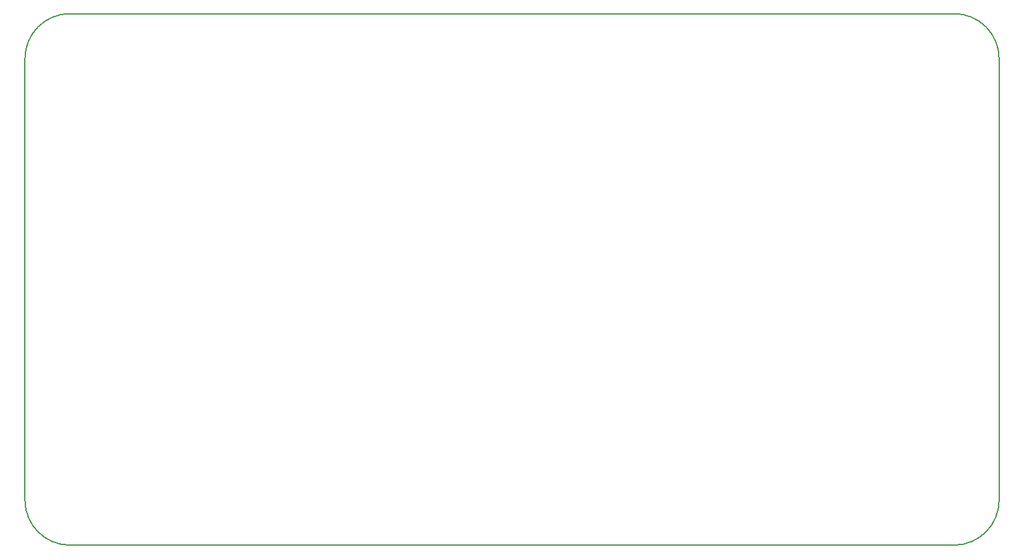
<source format=gm1>
G04 #@! TF.GenerationSoftware,KiCad,Pcbnew,(5.0.0-rc2-20-gcf2a07559)*
G04 #@! TF.CreationDate,2018-05-24T23:42:55-07:00*
G04 #@! TF.ProjectId,Gecko_Controller,4765636B6F5F436F6E74726F6C6C6572,rev?*
G04 #@! TF.SameCoordinates,Original*
G04 #@! TF.FileFunction,Profile,NP*
%FSLAX46Y46*%
G04 Gerber Fmt 4.6, Leading zero omitted, Abs format (unit mm)*
G04 Created by KiCad (PCBNEW (5.0.0-rc2-20-gcf2a07559)) date 05/24/18 23:42:55*
%MOMM*%
%LPD*%
G01*
G04 APERTURE LIST*
%ADD10C,0.150000*%
G04 APERTURE END LIST*
D10*
X92000000Y-61000000D02*
X210000000Y-61000000D01*
X86000000Y-126000000D02*
X86000000Y-67000000D01*
X210000000Y-132000000D02*
X92000000Y-132000000D01*
X216000000Y-67000000D02*
X216000000Y-126000000D01*
X86000000Y-126000000D02*
G75*
G03X92000000Y-132000000I6000000J0D01*
G01*
X92000000Y-61000000D02*
G75*
G03X86000000Y-67000000I0J-6000000D01*
G01*
X216000000Y-67000000D02*
G75*
G03X210000000Y-61000000I-6000000J0D01*
G01*
X210000000Y-132000000D02*
G75*
G03X216000000Y-126000000I0J6000000D01*
G01*
M02*

</source>
